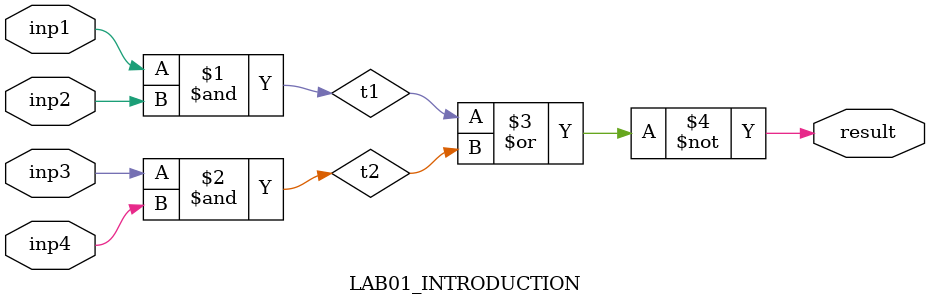
<source format=v>
module LAB01_INTRODUCTION(
	inp1, inp2, inp3, inp4,
	result
);

	input inp1, inp2, inp3, inp4;
	output result;
	wire t1, r2;
	
	assign t1 = inp1 & inp2;
	assign t2 = inp3 & inp4;
	assign result = ~(t1|t2);

endmodule
</source>
